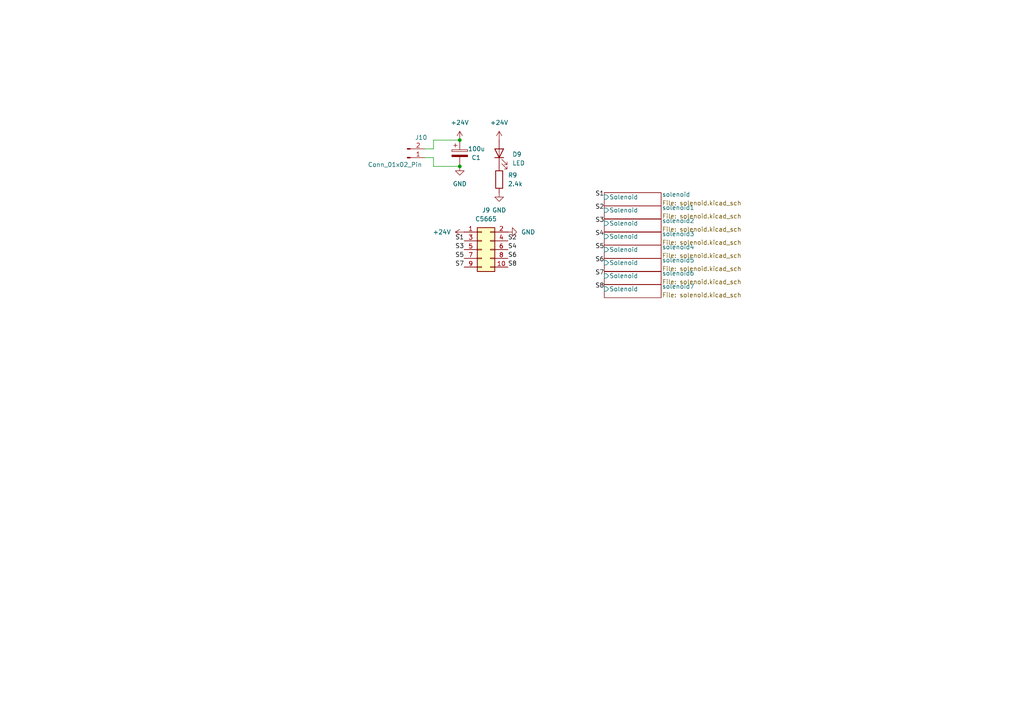
<source format=kicad_sch>
(kicad_sch (version 20231120) (generator "eeschema") (generator_version "8.0")
  (paper "A4")
  (lib_symbols
    (symbol "Connector:Conn_01x02_Pin" (pin_names (offset 1.016) hide)
      (property "Reference" "J" (at 0 2.54 0))
      (property "Value" "Conn_01x02_Pin" (at 0 -5.08 0))
      (symbol "Conn_01x02_Pin_1_1"
        (polyline (pts (xy 1.27 -2.54) (xy 0.8636 -2.54)) (stroke (width 0.1524)))
        (polyline (pts (xy 1.27 0) (xy 0.8636 0)) (stroke (width 0.1524)))
        (rectangle (start 0.8636 -2.413) (end 0 -2.667) (stroke (width 0.1524)) (fill (type outline)))
        (rectangle (start 0.8636 0.127) (end 0 -0.127) (stroke (width 0.1524)) (fill (type outline)))
        (pin passive line (at 5.08 0 180) (length 3.81) (name "Pin_1") (number "1"))
        (pin passive line (at 5.08 -2.54 180) (length 3.81) (name "Pin_2") (number "2"))
      )
    )
    (symbol "Connector_Generic:Conn_02x05_Odd_Even" (pin_names (offset 1.016) hide)
      (property "Reference" "J" (at 1.27 7.62 0))
      (property "Value" "Conn_02x05_Odd_Even" (at 1.27 -7.62 0))
      (symbol "Conn_02x05_Odd_Even_1_1"
        (rectangle (start -1.27 -4.953) (end 0 -5.207) (stroke (width 0.1524)))
        (rectangle (start -1.27 -2.413) (end 0 -2.667) (stroke (width 0.1524)))
        (rectangle (start -1.27 0.127) (end 0 -0.127) (stroke (width 0.1524)))
        (rectangle (start -1.27 2.667) (end 0 2.413) (stroke (width 0.1524)))
        (rectangle (start -1.27 5.207) (end 0 4.953) (stroke (width 0.1524)))
        (rectangle (start -1.27 6.35) (end 3.81 -6.35) (stroke (width 0.254)) (fill (type background)))
        (rectangle (start 3.81 -4.953) (end 2.54 -5.207) (stroke (width 0.1524)))
        (rectangle (start 3.81 -2.413) (end 2.54 -2.667) (stroke (width 0.1524)))
        (rectangle (start 3.81 0.127) (end 2.54 -0.127) (stroke (width 0.1524)))
        (rectangle (start 3.81 2.667) (end 2.54 2.413) (stroke (width 0.1524)))
        (rectangle (start 3.81 5.207) (end 2.54 4.953) (stroke (width 0.1524)))
        (pin passive line (at -5.08 5.08 0) (length 3.81) (name "Pin_1") (number "1"))
        (pin passive line (at 7.62 -5.08 180) (length 3.81) (name "Pin_10") (number "10"))
        (pin passive line (at 7.62 5.08 180) (length 3.81) (name "Pin_2") (number "2"))
        (pin passive line (at -5.08 2.54 0) (length 3.81) (name "Pin_3") (number "3"))
        (pin passive line (at 7.62 2.54 180) (length 3.81) (name "Pin_4") (number "4"))
        (pin passive line (at -5.08 0 0) (length 3.81) (name "Pin_5") (number "5"))
        (pin passive line (at 7.62 0 180) (length 3.81) (name "Pin_6") (number "6"))
        (pin passive line (at -5.08 -2.54 0) (length 3.81) (name "Pin_7") (number "7"))
        (pin passive line (at 7.62 -2.54 180) (length 3.81) (name "Pin_8") (number "8"))
        (pin passive line (at -5.08 -5.08 0) (length 3.81) (name "Pin_9") (number "9"))
      )
    )
    (symbol "Device:C_Polarized" (pin_numbers hide) (pin_names (offset 0.254))
      (property "Reference" "C" (at 0.635 2.54 0))
      (property "Value" "C_Polarized" (at 0.635 -2.54 0))
      (symbol "C_Polarized_0_1"
        (rectangle (start -2.286 0.508) (end 2.286 1.016))
        (polyline (pts (xy -1.778 2.286) (xy -0.762 2.286)))
        (polyline (pts (xy -1.27 2.794) (xy -1.27 1.778)))
        (rectangle (start 2.286 -0.508) (end -2.286 -1.016) (fill (type outline)))
      )
      (symbol "C_Polarized_1_1"
        (pin passive line (at 0 3.81 270) (length 2.794) (name "~") (number "1"))
        (pin passive line (at 0 -3.81 90) (length 2.794) (name "~") (number "2"))
      )
    )
    (symbol "Device:LED" (pin_numbers hide) (pin_names (offset 1.016) hide)
      (property "Reference" "D" (at 0 2.54 0))
      (property "Value" "LED" (at 0 -2.54 0))
      (symbol "LED_0_1"
        (polyline (pts (xy -1.27 -1.27) (xy -1.27 1.27)) (stroke (width 0.254)))
        (polyline (pts (xy -1.27 0) (xy 1.27 0)))
        (polyline (pts (xy 1.27 -1.27) (xy 1.27 1.27) (xy -1.27 0) (xy 1.27 -1.27)) (stroke (width 0.254)))
        (polyline (pts (xy -3.048 -0.762) (xy -4.572 -2.286) (xy -3.81 -2.286) (xy -4.572 -2.286) (xy -4.572 -1.524)))
        (polyline (pts (xy -1.778 -0.762) (xy -3.302 -2.286) (xy -2.54 -2.286) (xy -3.302 -2.286) (xy -3.302 -1.524)))
      )
      (symbol "LED_1_1"
        (pin passive line (at -3.81 0 0) (length 2.54) (name "K") (number "1"))
        (pin passive line (at 3.81 0 180) (length 2.54) (name "A") (number "2"))
      )
    )
    (symbol "Device:R" (pin_numbers hide) (pin_names (offset 0))
      (property "Reference" "R" (at 2.032 0 90))
      (property "Value" "R" (at 0 0 90))
      (symbol "R_0_1"
        (rectangle (start -1.016 -2.54) (end 1.016 2.54) (stroke (width 0.254)))
      )
      (symbol "R_1_1"
        (pin passive line (at 0 3.81 270) (length 1.27) (name "~") (number "1"))
        (pin passive line (at 0 -3.81 90) (length 1.27) (name "~") (number "2"))
      )
    )
    (symbol "power:+24V" (power) (pin_numbers hide) (pin_names (offset 0) hide)
      (property "Value" "+24V" (at 0 3.556 0))
      (symbol "+24V_0_1"
        (polyline (pts (xy -0.762 1.27) (xy 0 2.54)))
        (polyline (pts (xy 0 0) (xy 0 2.54)))
        (polyline (pts (xy 0 2.54) (xy 0.762 1.27)))
      )
      (symbol "+24V_1_1"
        (pin power_in line (at 0 0 90) (length 0) (name "~") (number "1"))
      )
    )
    (symbol "power:GND" (power) (pin_numbers hide) (pin_names (offset 0) hide)
      (property "Value" "GND" (at 0 -3.81 0))
      (symbol "GND_0_1"
        (polyline (pts (xy 0 0) (xy 0 -1.27) (xy 1.27 -1.27) (xy 0 -2.54) (xy -1.27 -1.27) (xy 0 -1.27)))
      )
      (symbol "GND_1_1"
        (pin power_in line (at 0 0 270) (length 0) (name "~") (number "1"))
      )
    )
  )
  (junction (at 133.35 48.26))
  (junction (at 133.35 40.64))
  (wire (pts (xy 123.19 45.72) (xy 125.73 45.72)))
  (wire (pts (xy 123.19 43.18) (xy 125.73 43.18)))
  (wire (pts (xy 125.73 40.64) (xy 133.35 40.64)))
  (wire (pts (xy 125.73 45.72) (xy 125.73 48.26)))
  (wire (pts (xy 125.73 48.26) (xy 133.35 48.26)))
  (wire (pts (xy 125.73 43.18) (xy 125.73 40.64)))
  (label "S1" (at 134.62 69.85 180))
  (label "S7" (at 175.26 80.01 180))
  (label "S2" (at 147.32 69.85 0))
  (label "S3" (at 175.26 64.77 180))
  (label "S8" (at 175.26 83.82 180))
  (label "S5" (at 134.62 74.93 180))
  (label "S8" (at 147.32 77.47 0))
  (label "S6" (at 147.32 74.93 0))
  (label "S4" (at 147.32 72.39 0))
  (label "S4" (at 175.26 68.58 180))
  (label "S6" (at 175.26 76.2 180))
  (label "S1" (at 175.26 57.15 180))
  (label "S2" (at 175.26 60.96 180))
  (label "S3" (at 134.62 72.39 180))
  (label "S5" (at 175.26 72.39 180))
  (label "S7" (at 134.62 77.47 180))
  (symbol (lib_id "power:+24V") (at 144.78 40.64 0) (unit 1)
    (property "Reference" "#PWR033" (effects (hide yes)))
    (property "Value" "+24V" (at 144.78 35.56 0))
    (property "Description" "Power symbol creates a global label with name \"+24V\"" (effects (hide yes)))
  )
  (symbol (lib_id "power:GND") (at 133.35 48.26 0) (unit 1)
    (property "Reference" "#PWR031" (effects (hide yes)))
    (property "Value" "GND" (at 133.35 53.34 0))
    (property "Description" "Power symbol creates a global label with name \"GND\" , ground" (effects (hide yes)))
  )
  (symbol (lib_id "power:+24V") (at 133.35 40.64 0) (unit 1)
    (property "Reference" "#PWR030" (effects (hide yes)))
    (property "Value" "+24V" (at 133.35 35.56 0))
    (property "Description" "Power symbol creates a global label with name \"+24V\"" (effects (hide yes)))
  )
  (symbol (lib_id "power:GND") (at 144.78 55.88 0) (unit 1)
    (property "Reference" "#PWR032" (effects (hide yes)))
    (property "Value" "GND" (at 144.78 60.96 0))
    (property "Description" "Power symbol creates a global label with name \"GND\" , ground" (effects (hide yes)))
  )
  (symbol (lib_id "Connector:Conn_01x02_Pin") (at 118.11 45.72 0) (mirror x) (unit 1)
    (property "Reference" "J10" (at 123.952 39.878 0) (effects (justify right)))
    (property "Value" "Conn_01x02_Pin" (at 122.428 47.752 0) (effects (justify right)))
    (property "Footprint" "Connector_JST:JST_XH_B2B-XH-A_1x02_P2.50mm_Vertical" (effects (hide yes)))
    (property "Description" "Generic connector, single row, 01x02, script generated" (effects (hide yes)))
  )
  (symbol (lib_id "Device:R") (at 144.78 52.07 0) (unit 1)
    (property "Reference" "R9" (at 147.32 50.7999 0) (effects (justify left)))
    (property "Value" "2.4k" (at 147.32 53.3399 0) (effects (justify left)))
    (property "Footprint" "Resistor_SMD:R_0603_1608Metric" (effects (hide yes)))
    (property "Description" "Resistor" (effects (hide yes)))
  )
  (symbol (lib_id "Device:C_Polarized") (at 133.35 44.45 0) (unit 1)
    (property "Reference" "C1" (at 139.446 45.72 0) (effects (justify right)))
    (property "Value" "100u" (at 140.716 43.18 0) (effects (justify right)))
    (property "Footprint" "Capacitor_SMD:CP_Elec_8x10" (effects (hide yes)))
    (property "Description" "Polarized capacitor" (effects (hide yes)))
  )
  (symbol (lib_id "Connector_Generic:Conn_02x05_Odd_Even") (at 139.7 72.39 0) (unit 1)
    (property "Reference" "J9" (at 140.97 60.96 0))
    (property "Value" "C5665" (at 140.97 63.5 0))
    (property "Footprint" "Connector_IDC:IDC-Header_2x05_P2.54mm_Vertical" (effects (hide yes)))
    (property "Description" "Generic connector, double row, 02x05, odd/even pin numbering scheme (row 1 odd numbers, row 2 even numbers), script generated (kicad-library-utils/schlib/autogen/connector/)" (effects (hide yes)))
  )
  (symbol (lib_id "power:GND") (at 147.32 67.31 90) (unit 1)
    (property "Reference" "#PWR029" (effects (hide yes)))
    (property "Value" "GND" (at 151.13 67.3099 90) (effects (justify right)))
    (property "Description" "Power symbol creates a global label with name \"GND\" , ground" (effects (hide yes)))
  )
  (symbol (lib_id "Device:LED") (at 144.78 44.45 90) (unit 1)
    (property "Reference" "D9" (at 148.59 44.7674 90) (effects (justify right)))
    (property "Value" "LED" (at 148.59 47.3074 90) (effects (justify right)))
    (property "Footprint" "LED_SMD:LED_0603_1608Metric" (effects (hide yes)))
    (property "Description" "Light emitting diode" (effects (hide yes)))
  )
  (symbol (lib_id "power:+24V") (at 134.62 67.31 90) (unit 1)
    (property "Reference" "#PWR028" (effects (hide yes)))
    (property "Value" "+24V" (at 130.81 67.3099 90) (effects (justify left)))
    (property "Description" "Power symbol creates a global label with name \"+24V\"" (effects (hide yes)))
  )
  (sheet (at 175.26 63.5) (size 16.51 3.81) (stroke (width 0.1524))
    (property "Sheetname" "solenoid2" (at 192.024 64.77 0) (effects (justify left bottom)))
    (property "Sheetfile" "solenoid.kicad_sch" (at 192.024 65.786 0) (effects (justify left top)))
    (pin "Solenoid" input (at 175.26 64.77 180))
  )
  (sheet (at 175.26 78.74) (size 16.51 3.81) (stroke (width 0.1524))
    (property "Sheetname" "solenoid6" (at 192.024 80.01 0) (effects (justify left bottom)))
    (property "Sheetfile" "solenoid.kicad_sch" (at 192.024 81.026 0) (effects (justify left top)))
    (pin "Solenoid" input (at 175.26 80.01 180))
  )
  (sheet (at 175.26 55.88) (size 16.51 3.81) (stroke (width 0.1524))
    (property "Sheetname" "solenoid" (at 192.024 57.15 0) (effects (justify left bottom)))
    (property "Sheetfile" "solenoid.kicad_sch" (at 192.024 58.166 0) (effects (justify left top)))
    (pin "Solenoid" input (at 175.26 57.15 180))
  )
  (sheet (at 175.26 82.55) (size 16.51 3.81) (stroke (width 0.1524))
    (property "Sheetname" "solenoid7" (at 192.024 83.82 0) (effects (justify left bottom)))
    (property "Sheetfile" "solenoid.kicad_sch" (at 192.024 84.836 0) (effects (justify left top)))
    (pin "Solenoid" input (at 175.26 83.82 180))
  )
  (sheet (at 175.26 71.12) (size 16.51 3.81) (stroke (width 0.1524))
    (property "Sheetname" "solenoid4" (at 192.024 72.39 0) (effects (justify left bottom)))
    (property "Sheetfile" "solenoid.kicad_sch" (at 192.024 73.406 0) (effects (justify left top)))
    (pin "Solenoid" input (at 175.26 72.39 180))
  )
  (sheet (at 175.26 67.31) (size 16.51 3.81) (stroke (width 0.1524))
    (property "Sheetname" "solenoid3" (at 192.024 68.58 0) (effects (justify left bottom)))
    (property "Sheetfile" "solenoid.kicad_sch" (at 192.024 69.596 0) (effects (justify left top)))
    (pin "Solenoid" input (at 175.26 68.58 180))
  )
  (sheet (at 175.26 59.69) (size 16.51 3.81) (stroke (width 0.1524))
    (property "Sheetname" "solenoid1" (at 192.024 60.96 0) (effects (justify left bottom)))
    (property "Sheetfile" "solenoid.kicad_sch" (at 192.024 61.976 0) (effects (justify left top)))
    (pin "Solenoid" input (at 175.26 60.96 180))
  )
  (sheet (at 175.26 74.93) (size 16.51 3.81) (stroke (width 0.1524))
    (property "Sheetname" "solenoid5" (at 192.024 76.2 0) (effects (justify left bottom)))
    (property "Sheetfile" "solenoid.kicad_sch" (at 192.024 77.216 0) (effects (justify left top)))
    (pin "Solenoid" input (at 175.26 76.2 180))
  )
)
</source>
